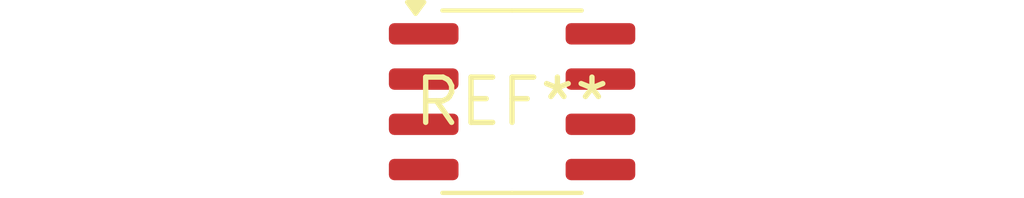
<source format=kicad_pcb>
(kicad_pcb (version 20240108) (generator pcbnew)
  (layers (0 "F.Cu" signal) (31 "B.Cu" signal) (34 "B.Paste" user) (35 "F.Paste" user) (36 "B.SilkS" user "B.Silkscreen") (37 "F.SilkS" user "F.Silkscreen") (38 "B.Mask" user) (39 "F.Mask" user) (44 "Edge.Cuts" user))
  (net 0 "")
  (footprint "SOIC-8_3.9x4.9mm_P1.27mm" (layer "F.Cu") (at 0 0)
    (property "Reference" "REF**")
    (property "Value" "SOIC-8_3.9x4.9mm_P1.27mm")
    (fp_line (start 0 -2.56) (end -1.95 -2.56) (layer "F.SilkS") (stroke (width 0.12)))
    (fp_line (start 0 -2.56) (end 1.95 -2.56) (layer "F.SilkS") (stroke (width 0.12)))
    (fp_line (start 0 2.56) (end -1.95 2.56) (layer "F.SilkS") (stroke (width 0.12)))
    (fp_line (start 0 2.56) (end 1.95 2.56) (layer "F.SilkS") (stroke (width 0.12)))
    (fp_poly (pts (xy -2.7 -2.465) (xy -2.94 -2.795) (xy -2.46 -2.795) (xy -2.7 -2.465)) (layer "F.SilkS") (stroke (width 0.12)) (fill solid))
    (pad "1" smd roundrect (at -2.475 -1.905) (size 1.95 0.6) (layers "F.Cu" "F.Paste" "F.Mask"))
    (pad "2" smd roundrect (at -2.475 -0.635) (size 1.95 0.6) (layers "F.Cu" "F.Paste" "F.Mask"))
    (pad "3" smd roundrect (at -2.475 0.635) (size 1.95 0.6) (layers "F.Cu" "F.Paste" "F.Mask"))
    (pad "4" smd roundrect (at -2.475 1.905) (size 1.95 0.6) (layers "F.Cu" "F.Paste" "F.Mask"))
    (pad "5" smd roundrect (at 2.475 1.905) (size 1.95 0.6) (layers "F.Cu" "F.Paste" "F.Mask"))
    (pad "6" smd roundrect (at 2.475 0.635) (size 1.95 0.6) (layers "F.Cu" "F.Paste" "F.Mask"))
    (pad "7" smd roundrect (at 2.475 -0.635) (size 1.95 0.6) (layers "F.Cu" "F.Paste" "F.Mask"))
    (pad "8" smd roundrect (at 2.475 -1.905) (size 1.95 0.6) (layers "F.Cu" "F.Paste" "F.Mask"))
  )
)
</source>
